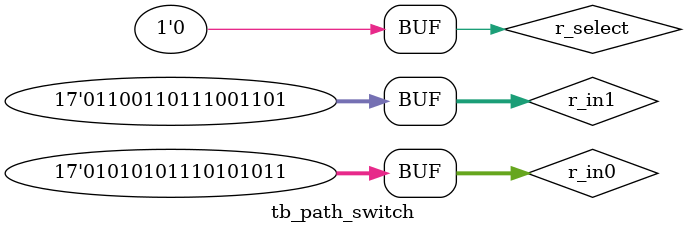
<source format=sv>
`timescale 1ns / 1ps
module tb_path_switch();
    parameter VALUE_WIDTH = 17;

    // Declarations
    reg r_select;
    reg [VALUE_WIDTH-1:0] r_in0;
    reg [VALUE_WIDTH-1:0] r_in1;
    wire [VALUE_WIDTH-1:0] w_out0;
    wire [VALUE_WIDTH-1:0] w_out1;

    path_switch #(.VALUE_WIDTH(VALUE_WIDTH)) DUT
    (
        .i_select(r_select),
        .i_in0(r_in0),
        .i_in1(r_in1),
        .o_out0(w_out0),
        .o_out1(w_out1)
    );

    initial begin
        r_select = 0;
        r_in0 = 17'hABAB;
        r_in1 = 17'hCDCD;

        #10 r_select = 1;
        #2 r_select = 0;
    end
endmodule

</source>
